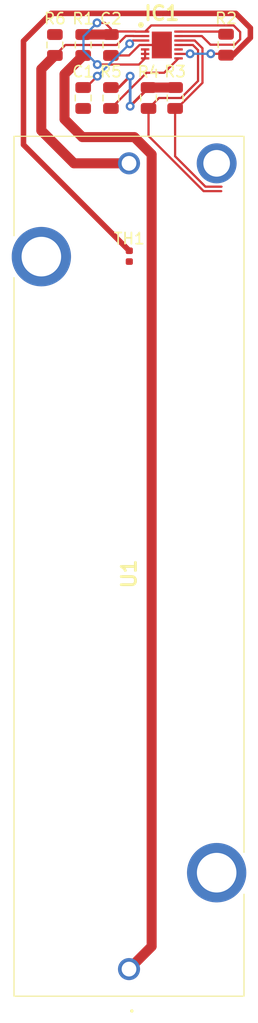
<source format=kicad_pcb>
(kicad_pcb (version 20171130) (host pcbnew "(5.1.6)-1")

  (general
    (thickness 1.6)
    (drawings 0)
    (tracks 104)
    (zones 0)
    (modules 11)
    (nets 16)
  )

  (page A4)
  (title_block
    (title "Monitor de carga para celulas de litio")
    (date 2021-06-10)
    (rev 1)
    (company "Zenith Aerospace")
    (comment 4 "Autor: João Marcus Epifanio Morais de Assunção")
  )

  (layers
    (0 F.Cu signal)
    (31 B.Cu signal)
    (32 B.Adhes user)
    (33 F.Adhes user)
    (34 B.Paste user)
    (35 F.Paste user)
    (36 B.SilkS user)
    (37 F.SilkS user)
    (38 B.Mask user)
    (39 F.Mask user)
    (40 Dwgs.User user)
    (41 Cmts.User user)
    (42 Eco1.User user)
    (43 Eco2.User user)
    (44 Edge.Cuts user)
    (45 Margin user)
    (46 B.CrtYd user)
    (47 F.CrtYd user)
    (48 B.Fab user)
    (49 F.Fab user)
  )

  (setup
    (last_trace_width 0.5)
    (user_trace_width 0.2)
    (user_trace_width 0.5)
    (user_trace_width 0.9)
    (trace_clearance 0.2)
    (zone_clearance 0.508)
    (zone_45_only no)
    (trace_min 0.2)
    (via_size 0.8)
    (via_drill 0.4)
    (via_min_size 0.4)
    (via_min_drill 0.3)
    (user_via 0.6 0.3)
    (uvia_size 0.3)
    (uvia_drill 0.1)
    (uvias_allowed no)
    (uvia_min_size 0.2)
    (uvia_min_drill 0.1)
    (edge_width 0.05)
    (segment_width 0.2)
    (pcb_text_width 0.3)
    (pcb_text_size 1.5 1.5)
    (mod_edge_width 0.12)
    (mod_text_size 1 1)
    (mod_text_width 0.15)
    (pad_size 1.524 1.524)
    (pad_drill 0.762)
    (pad_to_mask_clearance 0.05)
    (aux_axis_origin 0 0)
    (visible_elements FFFFFF7F)
    (pcbplotparams
      (layerselection 0x010fc_ffffffff)
      (usegerberextensions false)
      (usegerberattributes true)
      (usegerberadvancedattributes true)
      (creategerberjobfile true)
      (excludeedgelayer true)
      (linewidth 0.100000)
      (plotframeref false)
      (viasonmask false)
      (mode 1)
      (useauxorigin false)
      (hpglpennumber 1)
      (hpglpenspeed 20)
      (hpglpendiameter 15.000000)
      (psnegative false)
      (psa4output false)
      (plotreference true)
      (plotvalue true)
      (plotinvisibletext false)
      (padsonsilk false)
      (subtractmaskfromsilk false)
      (outputformat 1)
      (mirror false)
      (drillshape 1)
      (scaleselection 1)
      (outputdirectory ""))
  )

  (net 0 "")
  (net 1 "Net-(C1-Pad1)")
  (net 2 GND)
  (net 3 "Net-(C2-Pad1)")
  (net 4 "Net-(IC1-Pad2)")
  (net 5 /ALRT1)
  (net 6 "Net-(IC1-Pad9)")
  (net 7 "Net-(IC1-Pad10)")
  (net 8 /SCL)
  (net 9 /SDA)
  (net 10 "Net-(IC1-Pad14)")
  (net 11 /Pack)
  (net 12 +3V3)
  (net 13 "Net-(U1-PadMH1)")
  (net 14 "Net-(U1-PadMH2)")
  (net 15 "Net-(U1-PadMH3)")

  (net_class Default "This is the default net class."
    (clearance 0.2)
    (trace_width 0.25)
    (via_dia 0.8)
    (via_drill 0.4)
    (uvia_dia 0.3)
    (uvia_drill 0.1)
    (add_net +3V3)
    (add_net /ALRT1)
    (add_net /Pack)
    (add_net /SCL)
    (add_net /SDA)
    (add_net GND)
    (add_net "Net-(C1-Pad1)")
    (add_net "Net-(C2-Pad1)")
    (add_net "Net-(IC1-Pad10)")
    (add_net "Net-(IC1-Pad14)")
    (add_net "Net-(IC1-Pad2)")
    (add_net "Net-(IC1-Pad9)")
    (add_net "Net-(U1-PadMH1)")
    (add_net "Net-(U1-PadMH2)")
    (add_net "Net-(U1-PadMH3)")
  )

  (module Capacitor_SMD:C_0805_2012Metric (layer F.Cu) (tedit 5B36C52B) (tstamp 60C29929)
    (at 140.8684 68.1228 270)
    (descr "Capacitor SMD 0805 (2012 Metric), square (rectangular) end terminal, IPC_7351 nominal, (Body size source: https://docs.google.com/spreadsheets/d/1BsfQQcO9C6DZCsRaXUlFlo91Tg2WpOkGARC1WS5S8t0/edit?usp=sharing), generated with kicad-footprint-generator")
    (tags capacitor)
    (path /60C1561D)
    (attr smd)
    (fp_text reference C1 (at -2.3622 0 180) (layer F.SilkS)
      (effects (font (size 1 1) (thickness 0.15)))
    )
    (fp_text value 470p (at 0 1.65 90) (layer F.Fab)
      (effects (font (size 1 1) (thickness 0.15)))
    )
    (fp_line (start 1.68 0.95) (end -1.68 0.95) (layer F.CrtYd) (width 0.05))
    (fp_line (start 1.68 -0.95) (end 1.68 0.95) (layer F.CrtYd) (width 0.05))
    (fp_line (start -1.68 -0.95) (end 1.68 -0.95) (layer F.CrtYd) (width 0.05))
    (fp_line (start -1.68 0.95) (end -1.68 -0.95) (layer F.CrtYd) (width 0.05))
    (fp_line (start -0.258578 0.71) (end 0.258578 0.71) (layer F.SilkS) (width 0.12))
    (fp_line (start -0.258578 -0.71) (end 0.258578 -0.71) (layer F.SilkS) (width 0.12))
    (fp_line (start 1 0.6) (end -1 0.6) (layer F.Fab) (width 0.1))
    (fp_line (start 1 -0.6) (end 1 0.6) (layer F.Fab) (width 0.1))
    (fp_line (start -1 -0.6) (end 1 -0.6) (layer F.Fab) (width 0.1))
    (fp_line (start -1 0.6) (end -1 -0.6) (layer F.Fab) (width 0.1))
    (fp_text user %R (at -2.1336 0 180) (layer F.Fab)
      (effects (font (size 0.5 0.5) (thickness 0.08)))
    )
    (pad 1 smd roundrect (at -0.9375 0 270) (size 0.975 1.4) (layers F.Cu F.Paste F.Mask) (roundrect_rratio 0.25)
      (net 1 "Net-(C1-Pad1)"))
    (pad 2 smd roundrect (at 0.9375 0 270) (size 0.975 1.4) (layers F.Cu F.Paste F.Mask) (roundrect_rratio 0.25)
      (net 2 GND))
    (model ${KISYS3DMOD}/Capacitor_SMD.3dshapes/C_0805_2012Metric.wrl
      (at (xyz 0 0 0))
      (scale (xyz 1 1 1))
      (rotate (xyz 0 0 0))
    )
  )

  (module Capacitor_SMD:C_0805_2012Metric (layer F.Cu) (tedit 5B36C52B) (tstamp 60C29A49)
    (at 143.3576 63.373 270)
    (descr "Capacitor SMD 0805 (2012 Metric), square (rectangular) end terminal, IPC_7351 nominal, (Body size source: https://docs.google.com/spreadsheets/d/1BsfQQcO9C6DZCsRaXUlFlo91Tg2WpOkGARC1WS5S8t0/edit?usp=sharing), generated with kicad-footprint-generator")
    (tags capacitor)
    (path /60C1728A)
    (attr smd)
    (fp_text reference C2 (at -2.3622 0 180) (layer F.SilkS)
      (effects (font (size 1 1) (thickness 0.15)))
    )
    (fp_text value 100p (at 0 1.65 90) (layer F.Fab)
      (effects (font (size 1 1) (thickness 0.15)))
    )
    (fp_text user %R (at -2.159 0 180) (layer F.Fab)
      (effects (font (size 0.5 0.5) (thickness 0.08)))
    )
    (fp_line (start -1 0.6) (end -1 -0.6) (layer F.Fab) (width 0.1))
    (fp_line (start -1 -0.6) (end 1 -0.6) (layer F.Fab) (width 0.1))
    (fp_line (start 1 -0.6) (end 1 0.6) (layer F.Fab) (width 0.1))
    (fp_line (start 1 0.6) (end -1 0.6) (layer F.Fab) (width 0.1))
    (fp_line (start -0.258578 -0.71) (end 0.258578 -0.71) (layer F.SilkS) (width 0.12))
    (fp_line (start -0.258578 0.71) (end 0.258578 0.71) (layer F.SilkS) (width 0.12))
    (fp_line (start -1.68 0.95) (end -1.68 -0.95) (layer F.CrtYd) (width 0.05))
    (fp_line (start -1.68 -0.95) (end 1.68 -0.95) (layer F.CrtYd) (width 0.05))
    (fp_line (start 1.68 -0.95) (end 1.68 0.95) (layer F.CrtYd) (width 0.05))
    (fp_line (start 1.68 0.95) (end -1.68 0.95) (layer F.CrtYd) (width 0.05))
    (pad 2 smd roundrect (at 0.9375 0 270) (size 0.975 1.4) (layers F.Cu F.Paste F.Mask) (roundrect_rratio 0.25)
      (net 2 GND))
    (pad 1 smd roundrect (at -0.9375 0 270) (size 0.975 1.4) (layers F.Cu F.Paste F.Mask) (roundrect_rratio 0.25)
      (net 3 "Net-(C2-Pad1)"))
    (model ${KISYS3DMOD}/Capacitor_SMD.3dshapes/C_0805_2012Metric.wrl
      (at (xyz 0 0 0))
      (scale (xyz 1 1 1))
      (rotate (xyz 0 0 0))
    )
  )

  (module SON40P300X300X80-15N (layer F.Cu) (tedit 0) (tstamp 60C298DF)
    (at 147.9296 63.373)
    (descr "14 TDFN 21-0137---")
    (tags "Integrated Circuit")
    (path /60C11B32)
    (attr smd)
    (fp_text reference IC1 (at 0 -2.842001) (layer F.SilkS)
      (effects (font (size 1.27 1.27) (thickness 0.254)))
    )
    (fp_text value MAX17205G+T (at 0 0) (layer F.SilkS) hide
      (effects (font (size 1.27 1.27) (thickness 0.254)))
    )
    (fp_circle (center -1.875 -1.8) (end -1.875 -1.675) (layer F.SilkS) (width 0.25))
    (fp_line (start -1.5 -0.75) (end -0.75 -1.5) (layer F.Fab) (width 0.1))
    (fp_line (start -1.5 1.5) (end -1.5 -1.5) (layer F.Fab) (width 0.1))
    (fp_line (start 1.5 1.5) (end -1.5 1.5) (layer F.Fab) (width 0.1))
    (fp_line (start 1.5 -1.5) (end 1.5 1.5) (layer F.Fab) (width 0.1))
    (fp_line (start -1.5 -1.5) (end 1.5 -1.5) (layer F.Fab) (width 0.1))
    (fp_line (start -2.125 1.8) (end -2.125 -1.8) (layer F.CrtYd) (width 0.05))
    (fp_line (start 2.125 1.8) (end -2.125 1.8) (layer F.CrtYd) (width 0.05))
    (fp_line (start 2.125 -1.8) (end 2.125 1.8) (layer F.CrtYd) (width 0.05))
    (fp_line (start -2.125 -1.8) (end 2.125 -1.8) (layer F.CrtYd) (width 0.05))
    (fp_text user %R (at 0 -2.842001) (layer F.Fab)
      (effects (font (size 1.27 1.27) (thickness 0.254)))
    )
    (pad 1 smd rect (at -1.5 -1.2 90) (size 0.2 0.75) (layers F.Cu F.Paste F.Mask)
      (net 3 "Net-(C2-Pad1)"))
    (pad 2 smd rect (at -1.5 -0.8 90) (size 0.2 0.75) (layers F.Cu F.Paste F.Mask)
      (net 4 "Net-(IC1-Pad2)"))
    (pad 3 smd rect (at -1.5 -0.4 90) (size 0.2 0.75) (layers F.Cu F.Paste F.Mask)
      (net 1 "Net-(C1-Pad1)"))
    (pad 4 smd rect (at -1.5 0 90) (size 0.2 0.75) (layers F.Cu F.Paste F.Mask)
      (net 2 GND))
    (pad 5 smd rect (at -1.5 0.4 90) (size 0.2 0.75) (layers F.Cu F.Paste F.Mask)
      (net 3 "Net-(C2-Pad1)"))
    (pad 6 smd rect (at -1.5 0.8 90) (size 0.2 0.75) (layers F.Cu F.Paste F.Mask)
      (net 3 "Net-(C2-Pad1)"))
    (pad 7 smd rect (at -1.5 1.2 90) (size 0.2 0.75) (layers F.Cu F.Paste F.Mask)
      (net 3 "Net-(C2-Pad1)"))
    (pad 8 smd rect (at 1.5 1.2 90) (size 0.2 0.75) (layers F.Cu F.Paste F.Mask)
      (net 5 /ALRT1))
    (pad 9 smd rect (at 1.5 0.8 90) (size 0.2 0.75) (layers F.Cu F.Paste F.Mask)
      (net 6 "Net-(IC1-Pad9)"))
    (pad 10 smd rect (at 1.5 0.4 90) (size 0.2 0.75) (layers F.Cu F.Paste F.Mask)
      (net 7 "Net-(IC1-Pad10)"))
    (pad 11 smd rect (at 1.5 0 90) (size 0.2 0.75) (layers F.Cu F.Paste F.Mask)
      (net 8 /SCL))
    (pad 12 smd rect (at 1.5 -0.4 90) (size 0.2 0.75) (layers F.Cu F.Paste F.Mask)
      (net 9 /SDA))
    (pad 13 smd rect (at 1.5 -0.8 90) (size 0.2 0.75) (layers F.Cu F.Paste F.Mask)
      (net 3 "Net-(C2-Pad1)"))
    (pad 14 smd rect (at 1.5 -1.2 90) (size 0.2 0.75) (layers F.Cu F.Paste F.Mask)
      (net 10 "Net-(IC1-Pad14)"))
    (pad 15 smd rect (at 0 0) (size 1.8 2.4) (layers F.Cu F.Paste F.Mask)
      (net 2 GND))
    (model C:\SamacSys_PCB_Library\KiCad\SamacSys_Parts.3dshapes\MAX17205G+T.stp
      (at (xyz 0 0 0))
      (scale (xyz 1 1 1))
      (rotate (xyz 0 0 0))
    )
  )

  (module Resistor_SMD:R_0805_2012Metric (layer F.Cu) (tedit 5B36C52B) (tstamp 60C29A19)
    (at 140.8684 63.373 270)
    (descr "Resistor SMD 0805 (2012 Metric), square (rectangular) end terminal, IPC_7351 nominal, (Body size source: https://docs.google.com/spreadsheets/d/1BsfQQcO9C6DZCsRaXUlFlo91Tg2WpOkGARC1WS5S8t0/edit?usp=sharing), generated with kicad-footprint-generator")
    (tags resistor)
    (path /60C16B56)
    (attr smd)
    (fp_text reference R1 (at -2.3622 0 180) (layer F.SilkS)
      (effects (font (size 1 1) (thickness 0.15)))
    )
    (fp_text value 10 (at 0 1.65 90) (layer F.Fab)
      (effects (font (size 1 1) (thickness 0.15)))
    )
    (fp_line (start 1.68 0.95) (end -1.68 0.95) (layer F.CrtYd) (width 0.05))
    (fp_line (start 1.68 -0.95) (end 1.68 0.95) (layer F.CrtYd) (width 0.05))
    (fp_line (start -1.68 -0.95) (end 1.68 -0.95) (layer F.CrtYd) (width 0.05))
    (fp_line (start -1.68 0.95) (end -1.68 -0.95) (layer F.CrtYd) (width 0.05))
    (fp_line (start -0.258578 0.71) (end 0.258578 0.71) (layer F.SilkS) (width 0.12))
    (fp_line (start -0.258578 -0.71) (end 0.258578 -0.71) (layer F.SilkS) (width 0.12))
    (fp_line (start 1 0.6) (end -1 0.6) (layer F.Fab) (width 0.1))
    (fp_line (start 1 -0.6) (end 1 0.6) (layer F.Fab) (width 0.1))
    (fp_line (start -1 -0.6) (end 1 -0.6) (layer F.Fab) (width 0.1))
    (fp_line (start -1 0.6) (end -1 -0.6) (layer F.Fab) (width 0.1))
    (fp_text user %R (at -2.1082 0 180) (layer F.Fab)
      (effects (font (size 0.5 0.5) (thickness 0.08)))
    )
    (pad 1 smd roundrect (at -0.9375 0 270) (size 0.975 1.4) (layers F.Cu F.Paste F.Mask) (roundrect_rratio 0.25)
      (net 3 "Net-(C2-Pad1)"))
    (pad 2 smd roundrect (at 0.9375 0 270) (size 0.975 1.4) (layers F.Cu F.Paste F.Mask) (roundrect_rratio 0.25)
      (net 11 /Pack))
    (model ${KISYS3DMOD}/Resistor_SMD.3dshapes/R_0805_2012Metric.wrl
      (at (xyz 0 0 0))
      (scale (xyz 1 1 1))
      (rotate (xyz 0 0 0))
    )
  )

  (module Resistor_SMD:R_0805_2012Metric (layer F.Cu) (tedit 5B36C52B) (tstamp 60C299E9)
    (at 153.6954 63.3476 90)
    (descr "Resistor SMD 0805 (2012 Metric), square (rectangular) end terminal, IPC_7351 nominal, (Body size source: https://docs.google.com/spreadsheets/d/1BsfQQcO9C6DZCsRaXUlFlo91Tg2WpOkGARC1WS5S8t0/edit?usp=sharing), generated with kicad-footprint-generator")
    (tags resistor)
    (path /60C150F9)
    (attr smd)
    (fp_text reference R2 (at 2.3622 0 180) (layer F.SilkS)
      (effects (font (size 1 1) (thickness 0.15)))
    )
    (fp_text value 10k (at 0 1.65 90) (layer F.Fab)
      (effects (font (size 1 1) (thickness 0.15)))
    )
    (fp_text user %R (at 2.1082 0 180) (layer F.Fab)
      (effects (font (size 0.5 0.5) (thickness 0.08)))
    )
    (fp_line (start -1 0.6) (end -1 -0.6) (layer F.Fab) (width 0.1))
    (fp_line (start -1 -0.6) (end 1 -0.6) (layer F.Fab) (width 0.1))
    (fp_line (start 1 -0.6) (end 1 0.6) (layer F.Fab) (width 0.1))
    (fp_line (start 1 0.6) (end -1 0.6) (layer F.Fab) (width 0.1))
    (fp_line (start -0.258578 -0.71) (end 0.258578 -0.71) (layer F.SilkS) (width 0.12))
    (fp_line (start -0.258578 0.71) (end 0.258578 0.71) (layer F.SilkS) (width 0.12))
    (fp_line (start -1.68 0.95) (end -1.68 -0.95) (layer F.CrtYd) (width 0.05))
    (fp_line (start -1.68 -0.95) (end 1.68 -0.95) (layer F.CrtYd) (width 0.05))
    (fp_line (start 1.68 -0.95) (end 1.68 0.95) (layer F.CrtYd) (width 0.05))
    (fp_line (start 1.68 0.95) (end -1.68 0.95) (layer F.CrtYd) (width 0.05))
    (pad 2 smd roundrect (at 0.9375 0 90) (size 0.975 1.4) (layers F.Cu F.Paste F.Mask) (roundrect_rratio 0.25)
      (net 10 "Net-(IC1-Pad14)"))
    (pad 1 smd roundrect (at -0.9375 0 90) (size 0.975 1.4) (layers F.Cu F.Paste F.Mask) (roundrect_rratio 0.25)
      (net 6 "Net-(IC1-Pad9)"))
    (model ${KISYS3DMOD}/Resistor_SMD.3dshapes/R_0805_2012Metric.wrl
      (at (xyz 0 0 0))
      (scale (xyz 1 1 1))
      (rotate (xyz 0 0 0))
    )
  )

  (module Resistor_SMD:R_0805_2012Metric (layer F.Cu) (tedit 5B36C52B) (tstamp 60C299B9)
    (at 149.1234 68.1228 270)
    (descr "Resistor SMD 0805 (2012 Metric), square (rectangular) end terminal, IPC_7351 nominal, (Body size source: https://docs.google.com/spreadsheets/d/1BsfQQcO9C6DZCsRaXUlFlo91Tg2WpOkGARC1WS5S8t0/edit?usp=sharing), generated with kicad-footprint-generator")
    (tags resistor)
    (path /60C26459)
    (attr smd)
    (fp_text reference R3 (at -2.3622 0 180) (layer F.SilkS)
      (effects (font (size 1 1) (thickness 0.15)))
    )
    (fp_text value 4.7k (at 0 1.65 90) (layer F.Fab)
      (effects (font (size 1 1) (thickness 0.15)))
    )
    (fp_text user %R (at -2.1082 0 180) (layer F.Fab)
      (effects (font (size 0.5 0.5) (thickness 0.08)))
    )
    (fp_line (start -1 0.6) (end -1 -0.6) (layer F.Fab) (width 0.1))
    (fp_line (start -1 -0.6) (end 1 -0.6) (layer F.Fab) (width 0.1))
    (fp_line (start 1 -0.6) (end 1 0.6) (layer F.Fab) (width 0.1))
    (fp_line (start 1 0.6) (end -1 0.6) (layer F.Fab) (width 0.1))
    (fp_line (start -0.258578 -0.71) (end 0.258578 -0.71) (layer F.SilkS) (width 0.12))
    (fp_line (start -0.258578 0.71) (end 0.258578 0.71) (layer F.SilkS) (width 0.12))
    (fp_line (start -1.68 0.95) (end -1.68 -0.95) (layer F.CrtYd) (width 0.05))
    (fp_line (start -1.68 -0.95) (end 1.68 -0.95) (layer F.CrtYd) (width 0.05))
    (fp_line (start 1.68 -0.95) (end 1.68 0.95) (layer F.CrtYd) (width 0.05))
    (fp_line (start 1.68 0.95) (end -1.68 0.95) (layer F.CrtYd) (width 0.05))
    (pad 2 smd roundrect (at 0.9375 0 270) (size 0.975 1.4) (layers F.Cu F.Paste F.Mask) (roundrect_rratio 0.25)
      (net 9 /SDA))
    (pad 1 smd roundrect (at -0.9375 0 270) (size 0.975 1.4) (layers F.Cu F.Paste F.Mask) (roundrect_rratio 0.25)
      (net 12 +3V3))
    (model ${KISYS3DMOD}/Resistor_SMD.3dshapes/R_0805_2012Metric.wrl
      (at (xyz 0 0 0))
      (scale (xyz 1 1 1))
      (rotate (xyz 0 0 0))
    )
  )

  (module Resistor_SMD:R_0805_2012Metric (layer F.Cu) (tedit 5B36C52B) (tstamp 60C29959)
    (at 146.7358 68.1228 270)
    (descr "Resistor SMD 0805 (2012 Metric), square (rectangular) end terminal, IPC_7351 nominal, (Body size source: https://docs.google.com/spreadsheets/d/1BsfQQcO9C6DZCsRaXUlFlo91Tg2WpOkGARC1WS5S8t0/edit?usp=sharing), generated with kicad-footprint-generator")
    (tags resistor)
    (path /60C26E82)
    (attr smd)
    (fp_text reference R4 (at -2.3368 0 180) (layer F.SilkS)
      (effects (font (size 1 1) (thickness 0.15)))
    )
    (fp_text value 4.7k (at 0 1.65 90) (layer F.Fab)
      (effects (font (size 1 1) (thickness 0.15)))
    )
    (fp_line (start 1.68 0.95) (end -1.68 0.95) (layer F.CrtYd) (width 0.05))
    (fp_line (start 1.68 -0.95) (end 1.68 0.95) (layer F.CrtYd) (width 0.05))
    (fp_line (start -1.68 -0.95) (end 1.68 -0.95) (layer F.CrtYd) (width 0.05))
    (fp_line (start -1.68 0.95) (end -1.68 -0.95) (layer F.CrtYd) (width 0.05))
    (fp_line (start -0.258578 0.71) (end 0.258578 0.71) (layer F.SilkS) (width 0.12))
    (fp_line (start -0.258578 -0.71) (end 0.258578 -0.71) (layer F.SilkS) (width 0.12))
    (fp_line (start 1 0.6) (end -1 0.6) (layer F.Fab) (width 0.1))
    (fp_line (start 1 -0.6) (end 1 0.6) (layer F.Fab) (width 0.1))
    (fp_line (start -1 -0.6) (end 1 -0.6) (layer F.Fab) (width 0.1))
    (fp_line (start -1 0.6) (end -1 -0.6) (layer F.Fab) (width 0.1))
    (fp_text user %R (at -2.0828 -0.0254 180) (layer F.Fab)
      (effects (font (size 0.5 0.5) (thickness 0.08)))
    )
    (pad 1 smd roundrect (at -0.9375 0 270) (size 0.975 1.4) (layers F.Cu F.Paste F.Mask) (roundrect_rratio 0.25)
      (net 12 +3V3))
    (pad 2 smd roundrect (at 0.9375 0 270) (size 0.975 1.4) (layers F.Cu F.Paste F.Mask) (roundrect_rratio 0.25)
      (net 8 /SCL))
    (model ${KISYS3DMOD}/Resistor_SMD.3dshapes/R_0805_2012Metric.wrl
      (at (xyz 0 0 0))
      (scale (xyz 1 1 1))
      (rotate (xyz 0 0 0))
    )
  )

  (module Resistor_SMD:R_0805_2012Metric (layer F.Cu) (tedit 5B36C52B) (tstamp 60C298A2)
    (at 143.3576 68.1228 270)
    (descr "Resistor SMD 0805 (2012 Metric), square (rectangular) end terminal, IPC_7351 nominal, (Body size source: https://docs.google.com/spreadsheets/d/1BsfQQcO9C6DZCsRaXUlFlo91Tg2WpOkGARC1WS5S8t0/edit?usp=sharing), generated with kicad-footprint-generator")
    (tags resistor)
    (path /60C27BAF)
    (attr smd)
    (fp_text reference R5 (at -2.3622 0 180) (layer F.SilkS)
      (effects (font (size 1 1) (thickness 0.15)))
    )
    (fp_text value 4.7k (at 0 1.65 90) (layer F.Fab)
      (effects (font (size 1 1) (thickness 0.15)))
    )
    (fp_text user %R (at -2.1082 0 180) (layer F.Fab)
      (effects (font (size 0.5 0.5) (thickness 0.08)))
    )
    (fp_line (start -1 0.6) (end -1 -0.6) (layer F.Fab) (width 0.1))
    (fp_line (start -1 -0.6) (end 1 -0.6) (layer F.Fab) (width 0.1))
    (fp_line (start 1 -0.6) (end 1 0.6) (layer F.Fab) (width 0.1))
    (fp_line (start 1 0.6) (end -1 0.6) (layer F.Fab) (width 0.1))
    (fp_line (start -0.258578 -0.71) (end 0.258578 -0.71) (layer F.SilkS) (width 0.12))
    (fp_line (start -0.258578 0.71) (end 0.258578 0.71) (layer F.SilkS) (width 0.12))
    (fp_line (start -1.68 0.95) (end -1.68 -0.95) (layer F.CrtYd) (width 0.05))
    (fp_line (start -1.68 -0.95) (end 1.68 -0.95) (layer F.CrtYd) (width 0.05))
    (fp_line (start 1.68 -0.95) (end 1.68 0.95) (layer F.CrtYd) (width 0.05))
    (fp_line (start 1.68 0.95) (end -1.68 0.95) (layer F.CrtYd) (width 0.05))
    (pad 2 smd roundrect (at 0.9375 0 270) (size 0.975 1.4) (layers F.Cu F.Paste F.Mask) (roundrect_rratio 0.25)
      (net 5 /ALRT1))
    (pad 1 smd roundrect (at -0.9375 0 270) (size 0.975 1.4) (layers F.Cu F.Paste F.Mask) (roundrect_rratio 0.25)
      (net 12 +3V3))
    (model ${KISYS3DMOD}/Resistor_SMD.3dshapes/R_0805_2012Metric.wrl
      (at (xyz 0 0 0))
      (scale (xyz 1 1 1))
      (rotate (xyz 0 0 0))
    )
  )

  (module Resistor_SMD:R_0805_2012Metric (layer F.Cu) (tedit 5B36C52B) (tstamp 60C2A334)
    (at 138.3284 63.373 90)
    (descr "Resistor SMD 0805 (2012 Metric), square (rectangular) end terminal, IPC_7351 nominal, (Body size source: https://docs.google.com/spreadsheets/d/1BsfQQcO9C6DZCsRaXUlFlo91Tg2WpOkGARC1WS5S8t0/edit?usp=sharing), generated with kicad-footprint-generator")
    (tags resistor)
    (path /60C12D9D)
    (attr smd)
    (fp_text reference R6 (at 2.3622 0 180) (layer F.SilkS)
      (effects (font (size 1 1) (thickness 0.15)))
    )
    (fp_text value 10m (at 0 1.65 90) (layer F.Fab)
      (effects (font (size 1 1) (thickness 0.15)))
    )
    (fp_line (start 1.68 0.95) (end -1.68 0.95) (layer F.CrtYd) (width 0.05))
    (fp_line (start 1.68 -0.95) (end 1.68 0.95) (layer F.CrtYd) (width 0.05))
    (fp_line (start -1.68 -0.95) (end 1.68 -0.95) (layer F.CrtYd) (width 0.05))
    (fp_line (start -1.68 0.95) (end -1.68 -0.95) (layer F.CrtYd) (width 0.05))
    (fp_line (start -0.258578 0.71) (end 0.258578 0.71) (layer F.SilkS) (width 0.12))
    (fp_line (start -0.258578 -0.71) (end 0.258578 -0.71) (layer F.SilkS) (width 0.12))
    (fp_line (start 1 0.6) (end -1 0.6) (layer F.Fab) (width 0.1))
    (fp_line (start 1 -0.6) (end 1 0.6) (layer F.Fab) (width 0.1))
    (fp_line (start -1 -0.6) (end 1 -0.6) (layer F.Fab) (width 0.1))
    (fp_line (start -1 0.6) (end -1 -0.6) (layer F.Fab) (width 0.1))
    (fp_text user %R (at 2.1082 0 180) (layer F.Fab)
      (effects (font (size 0.5 0.5) (thickness 0.08)))
    )
    (pad 1 smd roundrect (at -0.9375 0 90) (size 0.975 1.4) (layers F.Cu F.Paste F.Mask) (roundrect_rratio 0.25)
      (net 4 "Net-(IC1-Pad2)"))
    (pad 2 smd roundrect (at 0.9375 0 90) (size 0.975 1.4) (layers F.Cu F.Paste F.Mask) (roundrect_rratio 0.25)
      (net 2 GND))
    (model ${KISYS3DMOD}/Resistor_SMD.3dshapes/R_0805_2012Metric.wrl
      (at (xyz 0 0 0))
      (scale (xyz 1 1 1))
      (rotate (xyz 0 0 0))
    )
  )

  (module 1043 (layer F.Cu) (tedit 0) (tstamp 60C27C17)
    (at 144.9832 146.177 90)
    (descr 1043-3)
    (tags "Undefined or Miscellaneous")
    (path /60C1479D)
    (fp_text reference U1 (at 35.413 0 90) (layer F.SilkS)
      (effects (font (size 1.27 1.27) (thickness 0.254)))
    )
    (fp_text value 1043 (at 35.413 0 90) (layer F.SilkS) hide
      (effects (font (size 1.27 1.27) (thickness 0.254)))
    )
    (fp_line (start -3.8 0.25) (end -3.8 0.25) (layer F.SilkS) (width 0.2))
    (fp_line (start -3.7 0.25) (end -3.7 0.25) (layer F.SilkS) (width 0.2))
    (fp_line (start -3.8 0.25) (end -3.8 0.25) (layer F.SilkS) (width 0.2))
    (fp_line (start -2.425 -10.325) (end -2.425 10.325) (layer F.SilkS) (width 0.1))
    (fp_line (start -2.425 -10.325) (end -2.425 -10.325) (layer F.SilkS) (width 0.1))
    (fp_line (start -2.425 10.325) (end -2.425 -10.325) (layer F.SilkS) (width 0.1))
    (fp_line (start -2.425 10.325) (end -2.425 10.325) (layer F.SilkS) (width 0.1))
    (fp_line (start 74.625 10.325) (end 74.625 -10.325) (layer F.SilkS) (width 0.1))
    (fp_line (start 74.625 10.325) (end 74.625 10.325) (layer F.SilkS) (width 0.1))
    (fp_line (start 74.625 -10.325) (end 74.625 10.325) (layer F.SilkS) (width 0.1))
    (fp_line (start 74.625 -10.325) (end 74.625 -10.325) (layer F.SilkS) (width 0.1))
    (fp_line (start -4.8 11.532) (end -4.8 -11.533) (layer F.CrtYd) (width 0.1))
    (fp_line (start 75.625 11.532) (end -4.8 11.532) (layer F.CrtYd) (width 0.1))
    (fp_line (start 75.625 -11.533) (end 75.625 11.532) (layer F.CrtYd) (width 0.1))
    (fp_line (start -4.8 -11.533) (end 75.625 -11.533) (layer F.CrtYd) (width 0.1))
    (fp_line (start 6.71 10.325) (end 6.71 10.325) (layer F.SilkS) (width 0.1))
    (fp_line (start -2.425 10.325) (end 6.71 10.325) (layer F.SilkS) (width 0.1))
    (fp_line (start -2.425 10.325) (end -2.425 10.325) (layer F.SilkS) (width 0.1))
    (fp_line (start 6.71 10.325) (end -2.425 10.325) (layer F.SilkS) (width 0.1))
    (fp_line (start 74.625 10.325) (end 74.625 10.325) (layer F.SilkS) (width 0.1))
    (fp_line (start 10.46 10.325) (end 74.625 10.325) (layer F.SilkS) (width 0.1))
    (fp_line (start 10.46 10.325) (end 10.46 10.325) (layer F.SilkS) (width 0.1))
    (fp_line (start 74.625 10.325) (end 10.46 10.325) (layer F.SilkS) (width 0.1))
    (fp_line (start 65.71 -10.325) (end 65.71 -10.325) (layer F.SilkS) (width 0.1))
    (fp_line (start 74.625 -10.325) (end 65.71 -10.325) (layer F.SilkS) (width 0.1))
    (fp_line (start 74.625 -10.325) (end 74.625 -10.325) (layer F.SilkS) (width 0.1))
    (fp_line (start 65.71 -10.325) (end 74.625 -10.325) (layer F.SilkS) (width 0.1))
    (fp_line (start -2.425 -10.325) (end -2.425 -10.325) (layer F.SilkS) (width 0.1))
    (fp_line (start 61.96 -10.325) (end -2.425 -10.325) (layer F.SilkS) (width 0.1))
    (fp_line (start 61.96 -10.325) (end 61.96 -10.325) (layer F.SilkS) (width 0.1))
    (fp_line (start -2.425 -10.325) (end 61.96 -10.325) (layer F.SilkS) (width 0.1))
    (fp_line (start -2.425 -10.325) (end -2.425 10.325) (layer F.Fab) (width 0.2))
    (fp_line (start 74.625 -10.325) (end -2.425 -10.325) (layer F.Fab) (width 0.2))
    (fp_line (start 74.625 10.325) (end 74.625 -10.325) (layer F.Fab) (width 0.2))
    (fp_line (start -2.425 10.325) (end 74.625 10.325) (layer F.Fab) (width 0.2))
    (fp_text user %R (at 35.413 0 90) (layer F.Fab)
      (effects (font (size 1.27 1.27) (thickness 0.254)))
    )
    (fp_arc (start -3.75 0.25) (end -3.8 0.25) (angle -180) (layer F.SilkS) (width 0.2))
    (fp_arc (start -3.75 0.25) (end -3.7 0.25) (angle -180) (layer F.SilkS) (width 0.2))
    (fp_arc (start -3.75 0.25) (end -3.8 0.25) (angle -180) (layer F.SilkS) (width 0.2))
    (pad 1 thru_hole circle (at 0 0 90) (size 1.98 1.98) (drill 1.32) (layers *.Cu *.Mask)
      (net 11 /Pack))
    (pad 2 thru_hole circle (at 72.2 0 90) (size 1.98 1.98) (drill 1.32) (layers *.Cu *.Mask)
      (net 4 "Net-(IC1-Pad2)"))
    (pad MH1 thru_hole circle (at 8.64 7.87 90) (size 5.325 5.325) (drill 3.55) (layers *.Cu *.Mask)
      (net 13 "Net-(U1-PadMH1)"))
    (pad MH2 thru_hole circle (at 72.2 7.87 90) (size 3.585 3.585) (drill 2.39) (layers *.Cu *.Mask)
      (net 14 "Net-(U1-PadMH2)"))
    (pad MH3 thru_hole circle (at 63.84 -7.87 90) (size 5.325 5.325) (drill 3.55) (layers *.Cu *.Mask)
      (net 15 "Net-(U1-PadMH3)"))
    (model C:\SamacSys_PCB_Library\KiCad\SamacSys_Parts.3dshapes\1043.stp
      (at (xyz 0 0 0))
      (scale (xyz 1 1 1))
      (rotate (xyz 0 0 0))
    )
  )

  (module Resistor_SMD:R_0402_1005Metric (layer F.Cu) (tedit 5B301BBD) (tstamp 60C29A77)
    (at 145.0086 82.296 270)
    (descr "Resistor SMD 0402 (1005 Metric), square (rectangular) end terminal, IPC_7351 nominal, (Body size source: http://www.tortai-tech.com/upload/download/2011102023233369053.pdf), generated with kicad-footprint-generator")
    (tags resistor)
    (path /60C2C5BD)
    (attr smd)
    (fp_text reference TH1 (at -1.5748 0 180) (layer F.SilkS)
      (effects (font (size 1 1) (thickness 0.15)))
    )
    (fp_text value 10k (at 0 1.17 90) (layer F.Fab)
      (effects (font (size 1 1) (thickness 0.15)))
    )
    (fp_line (start 0.93 0.47) (end -0.93 0.47) (layer F.CrtYd) (width 0.05))
    (fp_line (start 0.93 -0.47) (end 0.93 0.47) (layer F.CrtYd) (width 0.05))
    (fp_line (start -0.93 -0.47) (end 0.93 -0.47) (layer F.CrtYd) (width 0.05))
    (fp_line (start -0.93 0.47) (end -0.93 -0.47) (layer F.CrtYd) (width 0.05))
    (fp_line (start 0.5 0.25) (end -0.5 0.25) (layer F.Fab) (width 0.1))
    (fp_line (start 0.5 -0.25) (end 0.5 0.25) (layer F.Fab) (width 0.1))
    (fp_line (start -0.5 -0.25) (end 0.5 -0.25) (layer F.Fab) (width 0.1))
    (fp_line (start -0.5 0.25) (end -0.5 -0.25) (layer F.Fab) (width 0.1))
    (fp_text user %R (at -1.1938 0 180) (layer F.Fab)
      (effects (font (size 0.25 0.25) (thickness 0.04)))
    )
    (pad 1 smd roundrect (at -0.485 0 270) (size 0.59 0.64) (layers F.Cu F.Paste F.Mask) (roundrect_rratio 0.25)
      (net 6 "Net-(IC1-Pad9)"))
    (pad 2 smd roundrect (at 0.485 0 270) (size 0.59 0.64) (layers F.Cu F.Paste F.Mask) (roundrect_rratio 0.25)
      (net 2 GND))
    (model ${KISYS3DMOD}/Resistor_SMD.3dshapes/R_0402_1005Metric.wrl
      (at (xyz 0 0 0))
      (scale (xyz 1 1 1))
      (rotate (xyz 0 0 0))
    )
  )

  (via (at 145.042327 63.263723) (size 0.8) (drill 0.4) (layers F.Cu B.Cu) (net 1) (tstamp 60C29A94))
  (segment (start 145.042327 63.263723) (end 145.33305 62.973) (width 0.2) (layer F.Cu) (net 1) (tstamp 60C29B42))
  (segment (start 145.034 63.27205) (end 145.042327 63.263723) (width 0.2) (layer B.Cu) (net 1) (tstamp 60C29B45))
  (segment (start 145.33305 62.973) (end 146.4296 62.973) (width 0.2) (layer F.Cu) (net 1) (tstamp 60C29B48))
  (segment (start 142.64705 65.659) (end 142.6464 65.659) (width 0.2) (layer B.Cu) (net 1) (tstamp 60C29B09))
  (segment (start 145.042327 63.263723) (end 142.64705 65.659) (width 0.2) (layer B.Cu) (net 1) (tstamp 60C29AC1))
  (segment (start 142.6464 65.659) (end 142.1384 66.167) (width 0.2) (layer B.Cu) (net 1) (tstamp 60C29B21))
  (via (at 142.1384 66.167) (size 0.8) (drill 0.4) (layers F.Cu B.Cu) (net 1) (tstamp 60C29887))
  (segment (start 142.1384 66.167) (end 141.1201 67.1853) (width 0.2) (layer F.Cu) (net 1) (tstamp 60C29B18))
  (segment (start 141.1201 67.1853) (end 140.8684 67.1853) (width 0.2) (layer F.Cu) (net 1) (tstamp 60C29B2A))
  (segment (start 146.4296 63.373) (end 147.9296 63.373) (width 0.2) (layer F.Cu) (net 2) (tstamp 60C29A97))
  (segment (start 146.4296 63.373) (end 145.923 63.373) (width 0.2) (layer F.Cu) (net 2) (tstamp 60C29AA6))
  (segment (start 144.9855 64.3105) (end 143.3576 64.3105) (width 0.2) (layer F.Cu) (net 2) (tstamp 60C29AA3))
  (segment (start 145.923 63.373) (end 144.9855 64.3105) (width 0.2) (layer F.Cu) (net 2) (tstamp 60C29A9D))
  (segment (start 146.4296 64.573) (end 146.4296 64.173) (width 0.2) (layer F.Cu) (net 3) (tstamp 60C29A9A))
  (segment (start 146.4296 64.173) (end 146.4296 63.773) (width 0.2) (layer F.Cu) (net 3) (tstamp 60C29AA0))
  (segment (start 143.629388 62.163712) (end 143.3576 62.4355) (width 0.2) (layer F.Cu) (net 3) (tstamp 60C29AFD))
  (segment (start 145.544017 62.163712) (end 143.629388 62.163712) (width 0.2) (layer F.Cu) (net 3) (tstamp 60C29B03))
  (segment (start 145.553305 62.173) (end 145.544017 62.163712) (width 0.2) (layer F.Cu) (net 3) (tstamp 60C29B06))
  (segment (start 146.4296 62.173) (end 145.553305 62.173) (width 0.2) (layer F.Cu) (net 3) (tstamp 60C29B00))
  (segment (start 149.4296 62.573) (end 151.5238 62.573) (width 0.2) (layer F.Cu) (net 3) (tstamp 60C29B3C))
  (segment (start 151.5238 62.573) (end 152.2984 63.3476) (width 0.2) (layer F.Cu) (net 3) (tstamp 60C29B15))
  (segment (start 152.2984 63.3476) (end 154.4828 63.3476) (width 0.2) (layer F.Cu) (net 3) (tstamp 60C29B2D))
  (segment (start 154.4828 63.3476) (end 154.9654 62.865) (width 0.2) (layer F.Cu) (net 3) (tstamp 60C29B30))
  (segment (start 154.376884 61.62259) (end 146.98001 61.62259) (width 0.2) (layer F.Cu) (net 3) (tstamp 60C29B33))
  (segment (start 146.98001 61.62259) (end 146.4296 62.173) (width 0.2) (layer F.Cu) (net 3) (tstamp 60C29B12))
  (segment (start 154.9654 62.211106) (end 154.376884 61.62259) (width 0.2) (layer F.Cu) (net 3) (tstamp 60C29B24))
  (segment (start 154.9654 62.865) (end 154.9654 62.211106) (width 0.2) (layer F.Cu) (net 3) (tstamp 60C29B36))
  (segment (start 142.113 61.3918) (end 141.9121 61.3918) (width 0.2) (layer F.Cu) (net 3) (tstamp 60C29B0C))
  (segment (start 143.3576 62.4355) (end 143.3576 61.9252) (width 0.2) (layer F.Cu) (net 3) (tstamp 60C29B6C))
  (segment (start 142.8242 61.3918) (end 142.113 61.3918) (width 0.2) (layer F.Cu) (net 3) (tstamp 60C29B69))
  (segment (start 143.3576 61.9252) (end 142.8242 61.3918) (width 0.2) (layer F.Cu) (net 3) (tstamp 60C29B66))
  (segment (start 140.8684 62.4355) (end 143.3576 62.4355) (width 0.9) (layer F.Cu) (net 3) (tstamp 60C29B3F))
  (segment (start 146.4296 64.573) (end 145.877 65.1256) (width 0.2) (layer F.Cu) (net 3) (tstamp 60C29B0F))
  (segment (start 145.877 65.1256) (end 142.1384 65.1256) (width 0.2) (layer F.Cu) (net 3) (tstamp 60C29B39))
  (segment (start 140.8938 63.881) (end 140.8938 62.611) (width 0.2) (layer B.Cu) (net 3) (tstamp 60C29B1B))
  (segment (start 140.8938 62.611) (end 142.113 61.3918) (width 0.2) (layer B.Cu) (net 3) (tstamp 60C29B1E))
  (segment (start 142.1384 65.1256) (end 140.8938 63.881) (width 0.2) (layer B.Cu) (net 3) (tstamp 60C29B27))
  (via (at 142.113 61.3918) (size 0.8) (drill 0.4) (layers F.Cu B.Cu) (net 3) (tstamp 60C29884))
  (via (at 142.1384 65.1256) (size 0.8) (drill 0.4) (layers F.Cu B.Cu) (net 3) (tstamp 60C2988A))
  (segment (start 145.387606 62.573) (end 145.378328 62.563722) (width 0.2) (layer F.Cu) (net 4) (tstamp 60C29AAC))
  (segment (start 143.889094 63.373) (end 139.2659 63.373) (width 0.2) (layer F.Cu) (net 4) (tstamp 60C29AFA))
  (segment (start 145.378328 62.563722) (end 144.698372 62.563722) (width 0.2) (layer F.Cu) (net 4) (tstamp 60C29ADF))
  (segment (start 146.4296 62.573) (end 145.387606 62.573) (width 0.2) (layer F.Cu) (net 4) (tstamp 60C29AE5))
  (segment (start 144.698372 62.563722) (end 143.889094 63.373) (width 0.2) (layer F.Cu) (net 4) (tstamp 60C29ADC))
  (segment (start 139.2659 63.373) (end 138.3284 64.3105) (width 0.2) (layer F.Cu) (net 4))
  (segment (start 137.1092 65.5297) (end 138.3284 64.3105) (width 0.9) (layer F.Cu) (net 4))
  (segment (start 137.1092 71.0438) (end 137.1092 65.5297) (width 0.9) (layer F.Cu) (net 4))
  (segment (start 144.9832 73.977) (end 140.0424 73.977) (width 0.9) (layer F.Cu) (net 4))
  (segment (start 140.0424 73.977) (end 137.1092 71.0438) (width 0.9) (layer F.Cu) (net 4))
  (segment (start 148.1404 65.8622) (end 149.4296 64.573) (width 0.2) (layer F.Cu) (net 5) (tstamp 60C29ABE))
  (segment (start 146.5557 65.8622) (end 148.1404 65.8622) (width 0.2) (layer F.Cu) (net 5) (tstamp 60C29AF7))
  (segment (start 143.3576 69.0603) (end 146.5557 65.8622) (width 0.2) (layer F.Cu) (net 5) (tstamp 60C29AAF))
  (via (at 150.4696 64.1604) (size 0.8) (drill 0.4) (layers F.Cu B.Cu) (net 6) (tstamp 60C29890))
  (segment (start 149.4296 64.173) (end 150.457 64.173) (width 0.2) (layer F.Cu) (net 6) (tstamp 60C29AF1))
  (segment (start 150.457 64.173) (end 150.4696 64.1604) (width 0.2) (layer F.Cu) (net 6) (tstamp 60C29AB8))
  (via (at 152.3238 64.1604) (size 0.8) (drill 0.4) (layers F.Cu B.Cu) (net 6) (tstamp 60C2988D))
  (segment (start 150.4696 64.1604) (end 152.3238 64.1604) (width 0.2) (layer B.Cu) (net 6) (tstamp 60C29AF4))
  (segment (start 153.5707 64.1604) (end 153.6954 64.2851) (width 0.2) (layer F.Cu) (net 6) (tstamp 60C29ABB))
  (segment (start 152.3238 64.1604) (end 153.5707 64.1604) (width 0.2) (layer F.Cu) (net 6) (tstamp 60C29AE8))
  (segment (start 145.0086 81.811) (end 135.509 72.3114) (width 0.5) (layer F.Cu) (net 6))
  (segment (start 135.509 72.3114) (end 135.509 63.0174) (width 0.5) (layer F.Cu) (net 6))
  (segment (start 137.984601 60.541799) (end 154.572599 60.541799) (width 0.5) (layer F.Cu) (net 6))
  (segment (start 135.509 63.0174) (end 137.984601 60.541799) (width 0.5) (layer F.Cu) (net 6))
  (segment (start 154.572599 60.541799) (end 155.8798 61.849) (width 0.5) (layer F.Cu) (net 6))
  (segment (start 154.32313 64.2851) (end 153.6954 64.2851) (width 0.5) (layer F.Cu) (net 6))
  (segment (start 155.8798 62.72843) (end 154.32313 64.2851) (width 0.5) (layer F.Cu) (net 6))
  (segment (start 155.8798 61.849) (end 155.8798 62.72843) (width 0.5) (layer F.Cu) (net 6))
  (segment (start 149.4296 63.373) (end 150.718202 63.373) (width 0.2) (layer F.Cu) (net 8) (tstamp 60C29ACA))
  (segment (start 151.1808 63.835598) (end 151.1808 66.596894) (width 0.2) (layer F.Cu) (net 8) (tstamp 60C29ACD))
  (segment (start 151.1808 66.596894) (end 149.654894 68.1228) (width 0.2) (layer F.Cu) (net 8) (tstamp 60C29AD3))
  (segment (start 150.718202 63.373) (end 151.1808 63.835598) (width 0.2) (layer F.Cu) (net 8) (tstamp 60C29AD9))
  (segment (start 147.6733 68.1228) (end 146.7358 69.0603) (width 0.2) (layer F.Cu) (net 8) (tstamp 60C29AC7))
  (segment (start 149.654894 68.1228) (end 147.6733 68.1228) (width 0.2) (layer F.Cu) (net 8) (tstamp 60C29AC4))
  (segment (start 146.7358 71.5222) (end 151.68311 76.469511) (width 0.2) (layer F.Cu) (net 8))
  (segment (start 146.7358 69.0603) (end 146.7358 71.5222) (width 0.2) (layer F.Cu) (net 8))
  (segment (start 151.68311 76.469511) (end 153.2636 76.469511) (width 0.2) (layer F.Cu) (net 8))
  (segment (start 150.8839 62.973) (end 151.58081 63.669909) (width 0.2) (layer F.Cu) (net 9) (tstamp 60C29AD0))
  (segment (start 149.4296 62.973) (end 150.8839 62.973) (width 0.2) (layer F.Cu) (net 9) (tstamp 60C29AD6))
  (segment (start 149.283093 69.0603) (end 149.1234 69.0603) (width 0.2) (layer F.Cu) (net 9) (tstamp 60C29AEE))
  (segment (start 151.58081 66.762583) (end 149.283093 69.0603) (width 0.2) (layer F.Cu) (net 9) (tstamp 60C29AB2))
  (segment (start 151.58081 63.669909) (end 151.58081 66.762583) (width 0.2) (layer F.Cu) (net 9) (tstamp 60C29AEB))
  (segment (start 149.1234 73.344102) (end 151.848799 76.069501) (width 0.2) (layer F.Cu) (net 9))
  (segment (start 149.1234 69.0603) (end 149.1234 73.344102) (width 0.2) (layer F.Cu) (net 9))
  (segment (start 151.848799 76.069501) (end 153.285501 76.069501) (width 0.2) (layer F.Cu) (net 9))
  (segment (start 153.4583 62.173) (end 153.6954 62.4101) (width 0.2) (layer F.Cu) (net 10) (tstamp 60C29AB5))
  (segment (start 149.4296 62.173) (end 153.4583 62.173) (width 0.2) (layer F.Cu) (net 10) (tstamp 60C29AA9))
  (segment (start 139.51839 65.66051) (end 139.51839 65.66281) (width 0.9) (layer F.Cu) (net 11))
  (segment (start 140.8684 64.3105) (end 139.51839 65.66051) (width 0.9) (layer F.Cu) (net 11))
  (segment (start 139.51839 65.66281) (end 139.192 65.9892) (width 0.9) (layer F.Cu) (net 11))
  (segment (start 139.192 65.9892) (end 139.192 70.0278) (width 0.9) (layer F.Cu) (net 11))
  (segment (start 139.192 70.0278) (end 140.7922 71.628) (width 0.9) (layer F.Cu) (net 11))
  (segment (start 140.7922 71.628) (end 145.4658 71.628) (width 0.9) (layer F.Cu) (net 11))
  (segment (start 145.4658 71.628) (end 147.0152 73.1774) (width 0.9) (layer F.Cu) (net 11))
  (segment (start 147.0152 144.145) (end 144.9832 146.177) (width 0.9) (layer F.Cu) (net 11))
  (segment (start 147.0152 73.1774) (end 147.0152 144.145) (width 0.9) (layer F.Cu) (net 11))
  (segment (start 149.1234 67.1853) (end 146.7358 67.1853) (width 0.9) (layer F.Cu) (net 12) (tstamp 60C29B5A))
  (via (at 145.0848 68.8594) (size 0.8) (drill 0.4) (layers F.Cu B.Cu) (net 12) (tstamp 60C29B60))
  (segment (start 146.7358 67.1853) (end 146.7358 67.2084) (width 0.25) (layer F.Cu) (net 12) (tstamp 60C29B5D))
  (segment (start 146.7358 67.2084) (end 145.0848 68.8594) (width 0.25) (layer F.Cu) (net 12) (tstamp 60C29B4B))
  (via (at 145.0848 66.167) (size 0.8) (drill 0.4) (layers F.Cu B.Cu) (net 12) (tstamp 60C29B63))
  (segment (start 145.0848 68.8594) (end 145.0848 66.167) (width 0.25) (layer B.Cu) (net 12) (tstamp 60C29B51))
  (segment (start 144.0665 67.1853) (end 145.0848 66.167) (width 0.25) (layer F.Cu) (net 12) (tstamp 60C29B57))
  (segment (start 143.3576 67.1853) (end 144.0665 67.1853) (width 0.25) (layer F.Cu) (net 12) (tstamp 60C29B4E))

)

</source>
